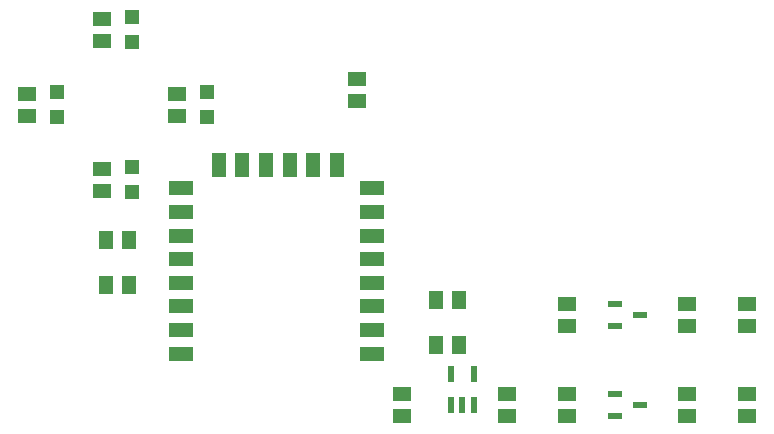
<source format=gbr>
G04 EAGLE Gerber X2 export*
%TF.Part,Single*%
%TF.FileFunction,Paste,Top*%
%TF.FilePolarity,Positive*%
%TF.GenerationSoftware,Autodesk,EAGLE,9.1.0*%
%TF.CreationDate,2023-04-28T19:49:15Z*%
G75*
%MOMM*%
%FSLAX34Y34*%
%LPD*%
%AMOC8*
5,1,8,0,0,1.08239X$1,22.5*%
G01*
%ADD10R,1.200000X1.200000*%
%ADD11R,1.500000X1.300000*%
%ADD12R,0.508000X1.320800*%
%ADD13R,2.000000X1.200000*%
%ADD14R,1.200000X2.000000*%
%ADD15R,1.270000X0.558800*%
%ADD16R,1.300000X1.500000*%


D10*
X139700Y281600D03*
X139700Y302600D03*
X203200Y218100D03*
X203200Y239100D03*
X203200Y345100D03*
X203200Y366100D03*
X266700Y281600D03*
X266700Y302600D03*
D11*
X114300Y282600D03*
X114300Y301600D03*
X177800Y219100D03*
X177800Y238100D03*
X177800Y346100D03*
X177800Y365100D03*
X241300Y282600D03*
X241300Y301600D03*
X393700Y314300D03*
X393700Y295300D03*
D12*
X473100Y37846D03*
X482600Y37846D03*
X492100Y37846D03*
X492100Y63754D03*
X473100Y63754D03*
D11*
X520700Y47600D03*
X520700Y28600D03*
X431800Y47600D03*
X431800Y28600D03*
D13*
X406400Y221300D03*
X406400Y201300D03*
X406400Y181300D03*
X406400Y161300D03*
X406400Y141300D03*
X406400Y121300D03*
X406400Y101300D03*
X406400Y81300D03*
X244400Y221300D03*
X244400Y201300D03*
X244400Y181300D03*
X244400Y161300D03*
X244400Y141300D03*
X244400Y121300D03*
X244400Y101300D03*
X244400Y81300D03*
D14*
X296400Y241300D03*
X376400Y241300D03*
X356400Y241300D03*
X276400Y241300D03*
X336400Y241300D03*
X316400Y241300D03*
D15*
X611886Y123825D03*
X611886Y104775D03*
X632714Y114300D03*
D11*
X673100Y123800D03*
X673100Y104800D03*
X571500Y123800D03*
X571500Y104800D03*
D16*
X181000Y177800D03*
X200000Y177800D03*
X479400Y127000D03*
X460400Y127000D03*
D11*
X723900Y123800D03*
X723900Y104800D03*
D15*
X611886Y47625D03*
X611886Y28575D03*
X632714Y38100D03*
D11*
X673100Y47600D03*
X673100Y28600D03*
X571500Y47600D03*
X571500Y28600D03*
X723900Y47600D03*
X723900Y28600D03*
D16*
X479400Y88900D03*
X460400Y88900D03*
X181000Y139700D03*
X200000Y139700D03*
M02*

</source>
